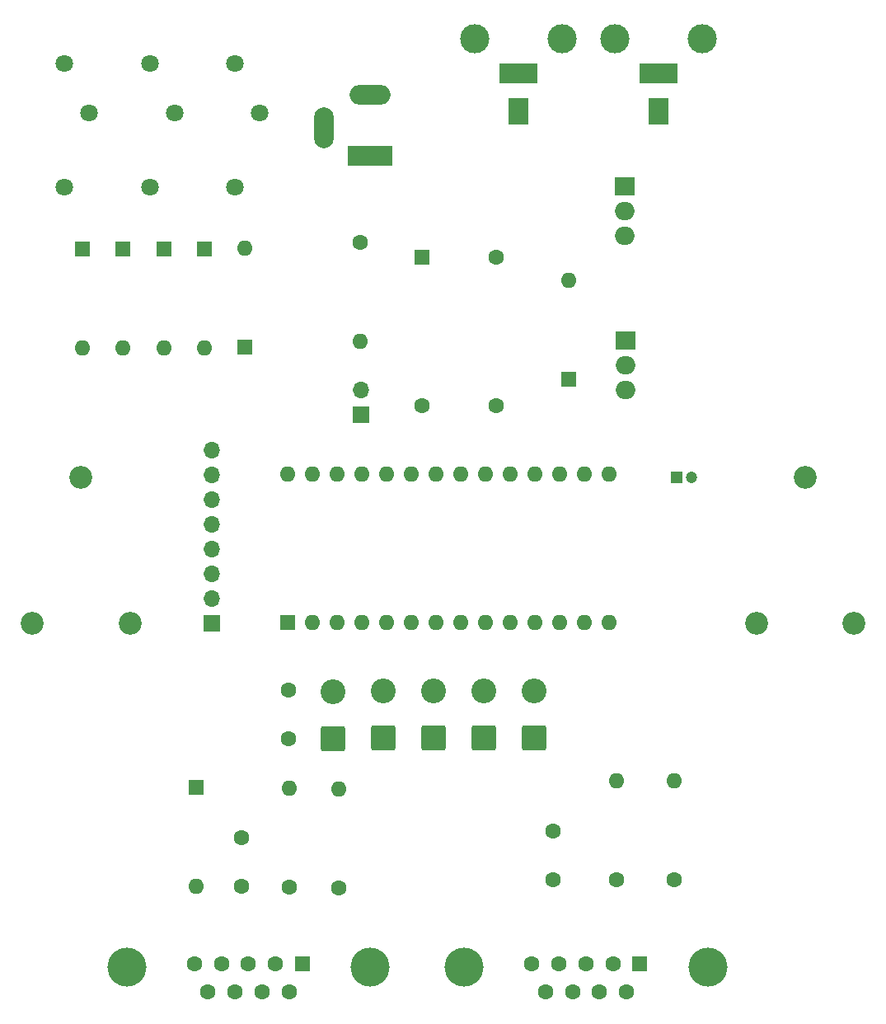
<source format=gbr>
%TF.GenerationSoftware,KiCad,Pcbnew,7.0.11*%
%TF.CreationDate,2025-01-18T22:08:42+03:00*%
%TF.ProjectId,Pong,506f6e67-2e6b-4696-9361-645f70636258,rev?*%
%TF.SameCoordinates,Original*%
%TF.FileFunction,Soldermask,Bot*%
%TF.FilePolarity,Negative*%
%FSLAX46Y46*%
G04 Gerber Fmt 4.6, Leading zero omitted, Abs format (unit mm)*
G04 Created by KiCad (PCBNEW 7.0.11) date 2025-01-18 22:08:42*
%MOMM*%
%LPD*%
G01*
G04 APERTURE LIST*
G04 Aperture macros list*
%AMRoundRect*
0 Rectangle with rounded corners*
0 $1 Rounding radius*
0 $2 $3 $4 $5 $6 $7 $8 $9 X,Y pos of 4 corners*
0 Add a 4 corners polygon primitive as box body*
4,1,4,$2,$3,$4,$5,$6,$7,$8,$9,$2,$3,0*
0 Add four circle primitives for the rounded corners*
1,1,$1+$1,$2,$3*
1,1,$1+$1,$4,$5*
1,1,$1+$1,$6,$7*
1,1,$1+$1,$8,$9*
0 Add four rect primitives between the rounded corners*
20,1,$1+$1,$2,$3,$4,$5,0*
20,1,$1+$1,$4,$5,$6,$7,0*
20,1,$1+$1,$6,$7,$8,$9,0*
20,1,$1+$1,$8,$9,$2,$3,0*%
G04 Aperture macros list end*
%ADD10C,1.800000*%
%ADD11R,1.600000X1.600000*%
%ADD12O,1.600000X1.600000*%
%ADD13R,4.600000X2.000000*%
%ADD14O,4.200000X2.000000*%
%ADD15O,2.000000X4.200000*%
%ADD16C,4.000000*%
%ADD17C,1.600000*%
%ADD18RoundRect,0.249999X1.025001X-1.025001X1.025001X1.025001X-1.025001X1.025001X-1.025001X-1.025001X0*%
%ADD19C,2.550000*%
%ADD20R,1.700000X1.700000*%
%ADD21O,1.700000X1.700000*%
%ADD22C,3.000000*%
%ADD23R,2.000000X2.700000*%
%ADD24R,4.000000X2.000000*%
%ADD25R,1.200000X1.200000*%
%ADD26C,1.200000*%
%ADD27R,2.000000X1.905000*%
%ADD28O,2.000000X1.905000*%
%ADD29C,2.340000*%
G04 APERTURE END LIST*
D10*
%TO.C,RV3*%
X124734400Y-55256400D03*
X127274400Y-47636400D03*
X124734400Y-42556400D03*
%TD*%
D11*
%TO.C,D6*%
X113214200Y-61569600D03*
D12*
X113214200Y-71729600D03*
%TD*%
D13*
%TO.C,J3*%
X138622800Y-52019200D03*
D14*
X138622800Y-45719200D03*
D15*
X133822800Y-49119200D03*
%TD*%
D11*
%TO.C,D4*%
X121558100Y-61569600D03*
D12*
X121558100Y-71729600D03*
%TD*%
D16*
%TO.C,J1*%
X148266600Y-135334100D03*
X173266600Y-135334100D03*
D11*
X166306600Y-135034100D03*
D17*
X163536600Y-135034100D03*
X160766600Y-135034100D03*
X157996600Y-135034100D03*
X155226600Y-135034100D03*
X164921600Y-137874100D03*
X162151600Y-137874100D03*
X159381600Y-137874100D03*
X156611600Y-137874100D03*
%TD*%
%TO.C,C1*%
X125424600Y-122064500D03*
X125424600Y-127064500D03*
%TD*%
D11*
%TO.C,D3*%
X125730000Y-71653400D03*
D12*
X125730000Y-61493400D03*
%TD*%
D11*
%TO.C,D2*%
X159004000Y-74955400D03*
D12*
X159004000Y-64795400D03*
%TD*%
D17*
%TO.C,C2*%
X157352400Y-121327900D03*
X157352400Y-126327900D03*
%TD*%
D16*
%TO.C,J2*%
X113599800Y-135334100D03*
X138599800Y-135334100D03*
D11*
X131639800Y-135034100D03*
D17*
X128869800Y-135034100D03*
X126099800Y-135034100D03*
X123329800Y-135034100D03*
X120559800Y-135034100D03*
X130254800Y-137874100D03*
X127484800Y-137874100D03*
X124714800Y-137874100D03*
X121944800Y-137874100D03*
%TD*%
D11*
%TO.C,X1*%
X143941800Y-62433200D03*
D17*
X143941800Y-77673200D03*
X151561800Y-77673200D03*
X151561800Y-62433200D03*
%TD*%
D18*
%TO.C,SW2*%
X139970100Y-111810200D03*
D19*
X139970100Y-107010200D03*
%TD*%
D10*
%TO.C,RV5*%
X107157600Y-55256400D03*
X109697600Y-47636400D03*
X107157600Y-42556400D03*
%TD*%
D11*
%TO.C,D8*%
X120700200Y-116842900D03*
D12*
X120700200Y-127002900D03*
%TD*%
D18*
%TO.C,SW4*%
X150301100Y-111810800D03*
D19*
X150301100Y-107010800D03*
%TD*%
D11*
%TO.C,D5*%
X117386100Y-61569600D03*
D12*
X117386100Y-71729600D03*
%TD*%
D11*
%TO.C,D7*%
X109042200Y-61569600D03*
D12*
X109042200Y-71729600D03*
%TD*%
D17*
%TO.C,R3*%
X130301400Y-127129900D03*
D12*
X130301400Y-116969900D03*
%TD*%
D20*
%TO.C,SW1*%
X122351800Y-100050600D03*
D21*
X122351800Y-97510600D03*
X122351800Y-94970600D03*
X122351800Y-92430600D03*
X122351800Y-89890600D03*
X122351800Y-87350600D03*
X122351800Y-84810600D03*
X122351800Y-82270600D03*
%TD*%
D22*
%TO.C,J6*%
X158347800Y-39972600D03*
X149347800Y-39972600D03*
D23*
X153847800Y-47472600D03*
D24*
X153847800Y-43572600D03*
%TD*%
D25*
%TO.C,C4*%
X170127800Y-85064600D03*
D26*
X171627800Y-85064600D03*
%TD*%
D11*
%TO.C,U2*%
X130083400Y-99928600D03*
D12*
X132623400Y-99928600D03*
X135163400Y-99928600D03*
X137703400Y-99928600D03*
X140243400Y-99928600D03*
X142783400Y-99928600D03*
X145323400Y-99928600D03*
X147863400Y-99928600D03*
X150403400Y-99928600D03*
X152943400Y-99928600D03*
X155483400Y-99928600D03*
X158023400Y-99928600D03*
X160563400Y-99928600D03*
X163103400Y-99928600D03*
X163103400Y-84688600D03*
X160563400Y-84688600D03*
X158023400Y-84688600D03*
X155483400Y-84688600D03*
X152943400Y-84688600D03*
X150403400Y-84688600D03*
X147863400Y-84688600D03*
X145323400Y-84688600D03*
X142783400Y-84688600D03*
X140243400Y-84688600D03*
X137703400Y-84688600D03*
X135163400Y-84688600D03*
X132623400Y-84688600D03*
X130083400Y-84688600D03*
%TD*%
D17*
%TO.C,R4*%
X163905600Y-126342500D03*
D12*
X163905600Y-116182500D03*
%TD*%
D20*
%TO.C,D1*%
X137693400Y-78613000D03*
D21*
X137693400Y-76073000D03*
%TD*%
D27*
%TO.C,U3*%
X164820600Y-70967600D03*
D28*
X164820600Y-73507600D03*
X164820600Y-76047600D03*
%TD*%
D17*
%TO.C,R1*%
X169874600Y-126342500D03*
D12*
X169874600Y-116182500D03*
%TD*%
D27*
%TO.C,U1*%
X164719000Y-55118000D03*
D28*
X164719000Y-57658000D03*
X164719000Y-60198000D03*
%TD*%
D22*
%TO.C,J5*%
X172749600Y-39972600D03*
X163749600Y-39972600D03*
D23*
X168249600Y-47472600D03*
D24*
X168249600Y-43572600D03*
%TD*%
D18*
%TO.C,SW3*%
X145135600Y-111810800D03*
D19*
X145135600Y-107010800D03*
%TD*%
D29*
%TO.C,RV2*%
X188290200Y-100006800D03*
X183290200Y-85006800D03*
X178290200Y-100006800D03*
%TD*%
D17*
%TO.C,C3*%
X130219000Y-106898400D03*
X130219000Y-111898400D03*
%TD*%
D18*
%TO.C,SW6*%
X134804600Y-111862200D03*
D19*
X134804600Y-107062200D03*
%TD*%
D17*
%TO.C,R2*%
X135406800Y-127206100D03*
D12*
X135406800Y-117046100D03*
%TD*%
D18*
%TO.C,SW5*%
X155466600Y-111810800D03*
D19*
X155466600Y-107010800D03*
%TD*%
D10*
%TO.C,RV4*%
X115946000Y-55256400D03*
X118486000Y-47636400D03*
X115946000Y-42556400D03*
%TD*%
D29*
%TO.C,RV1*%
X113915200Y-100006800D03*
X108915200Y-85006800D03*
X103915200Y-100006800D03*
%TD*%
D17*
%TO.C,R5*%
X137617200Y-60909200D03*
D12*
X137617200Y-71069200D03*
%TD*%
M02*

</source>
